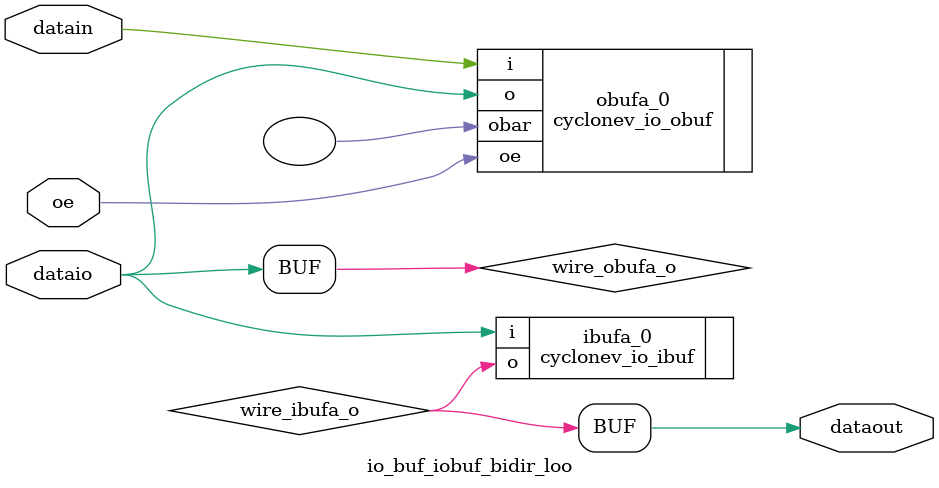
<source format=v>
module  io_buf_iobuf_bidir_loo
	(
	datain,
	dataio,
	dataout,
	oe) ;
	input   [0:0]  datain;
	inout   [0:0]  dataio;
	output   [0:0]  dataout;
	input   [0:0]  oe;
	wire  [0:0]   wire_ibufa_o;
	wire  [0:0]   wire_obufa_o;
	cyclonev_io_ibuf   ibufa_0
	(
	.i(dataio),
	.o(wire_ibufa_o[0:0])
	`ifndef FORMAL_VERIFICATION
	// synopsys translate_off
	`endif
	,
	.dynamicterminationcontrol(1'b0),
	.ibar(1'b0)
	`ifndef FORMAL_VERIFICATION
	// synopsys translate_on
	`endif
	);
	defparam
		ibufa_0.bus_hold = "false",
		ibufa_0.differential_mode = "false",
		ibufa_0.lpm_type = "cyclonev_io_ibuf";
	cyclonev_io_obuf   obufa_0
	(
	.i(datain),
	.o(wire_obufa_o[0:0]),
	.obar(),
	.oe(oe)
	`ifndef FORMAL_VERIFICATION
	// synopsys translate_off
	`endif
	,
	.dynamicterminationcontrol(1'b0),
	.parallelterminationcontrol({16{1'b0}}),
	.seriesterminationcontrol({16{1'b0}})
	`ifndef FORMAL_VERIFICATION
	// synopsys translate_on
	`endif
	// synopsys translate_off
	,
	.devoe(1'b1)
	// synopsys translate_on
	);
	defparam
		obufa_0.bus_hold = "false",
		obufa_0.open_drain_output = "false",
		obufa_0.lpm_type = "cyclonev_io_obuf";
	assign
		dataio = wire_obufa_o,
		dataout = wire_ibufa_o;
endmodule
</source>
